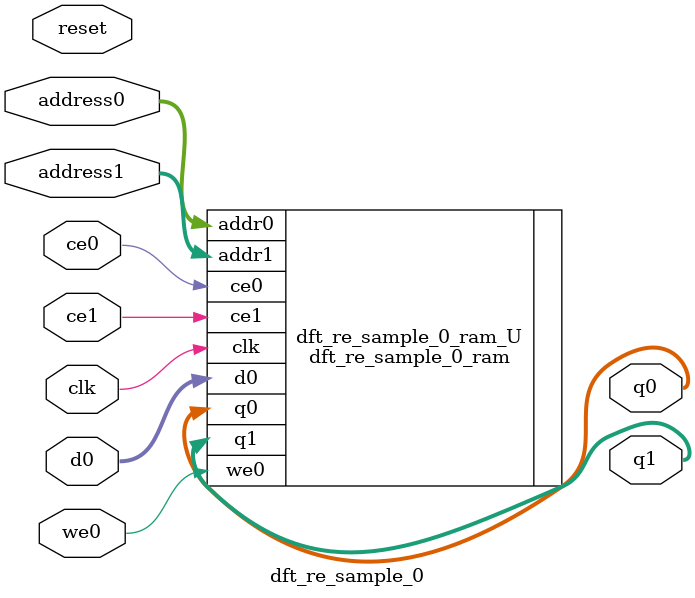
<source format=v>
`timescale 1 ns / 1 ps
module dft_re_sample_0(
    reset,
    clk,
    address0,
    ce0,
    we0,
    d0,
    q0,
    address1,
    ce1,
    q1);

parameter DataWidth = 32'd32;
parameter AddressRange = 32'd8;
parameter AddressWidth = 32'd3;
input reset;
input clk;
input[AddressWidth - 1:0] address0;
input ce0;
input we0;
input[DataWidth - 1:0] d0;
output[DataWidth - 1:0] q0;
input[AddressWidth - 1:0] address1;
input ce1;
output[DataWidth - 1:0] q1;



dft_re_sample_0_ram dft_re_sample_0_ram_U(
    .clk( clk ),
    .addr0( address0 ),
    .ce0( ce0 ),
    .we0( we0 ),
    .d0( d0 ),
    .q0( q0 ),
    .addr1( address1 ),
    .ce1( ce1 ),
    .q1( q1 ));

endmodule

</source>
